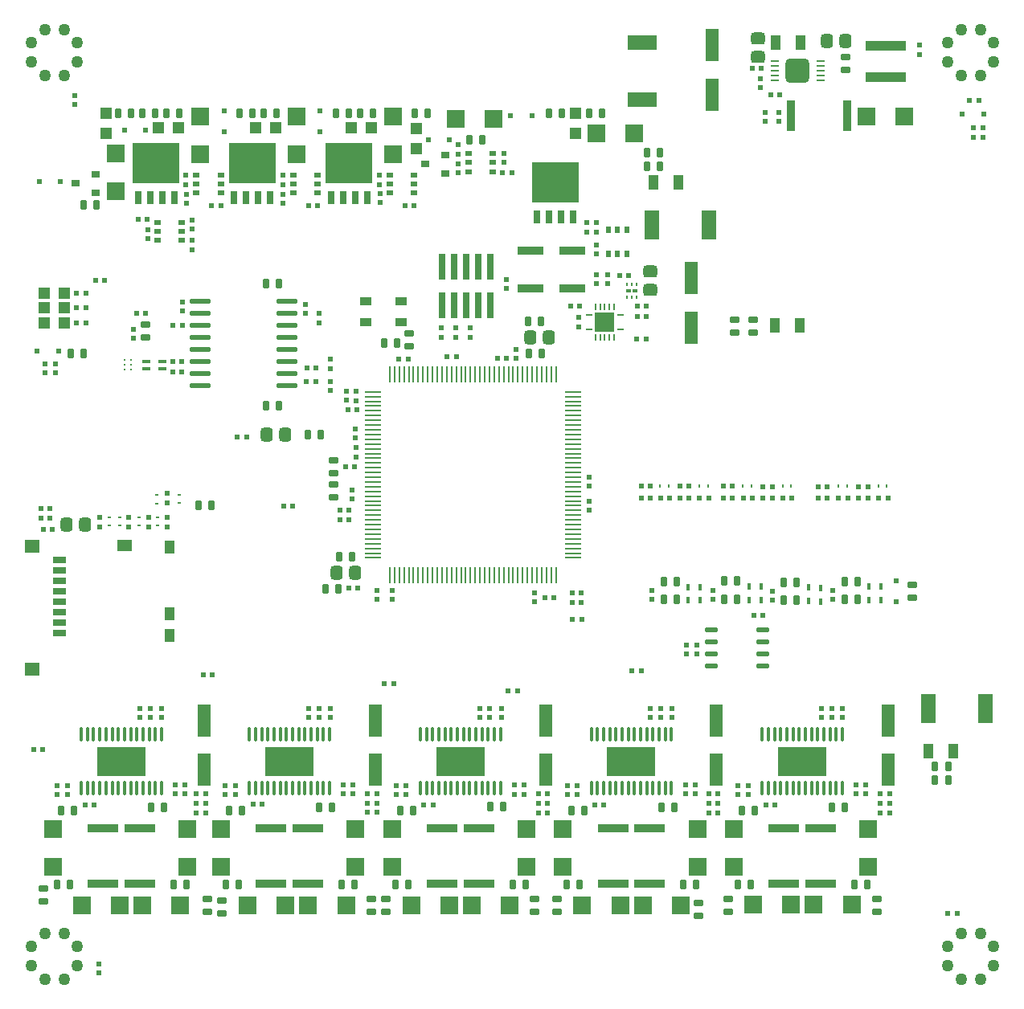
<source format=gtp>
G04 Layer_Color=8421504*
%FSLAX24Y24*%
%MOIN*%
G70*
G01*
G75*
%ADD38R,0.0591X0.0453*%
%ADD42C,0.0500*%
%ADD140R,0.0236X0.0118*%
%ADD141R,0.0787X0.0787*%
%ADD142O,0.0295X0.0090*%
%ADD143O,0.0090X0.0295*%
%ADD144R,0.0138X0.0098*%
G04:AMPARAMS|DCode=145|XSize=20mil|YSize=22mil|CornerRadius=3.4mil|HoleSize=0mil|Usage=FLASHONLY|Rotation=0.000|XOffset=0mil|YOffset=0mil|HoleType=Round|Shape=RoundedRectangle|*
%AMROUNDEDRECTD145*
21,1,0.0200,0.0152,0,0,0.0*
21,1,0.0132,0.0220,0,0,0.0*
1,1,0.0068,0.0066,-0.0076*
1,1,0.0068,-0.0066,-0.0076*
1,1,0.0068,-0.0066,0.0076*
1,1,0.0068,0.0066,0.0076*
%
%ADD145ROUNDEDRECTD145*%
%ADD146R,0.0220X0.0220*%
G04:AMPARAMS|DCode=147|XSize=27.1mil|YSize=37.4mil|CornerRadius=4.8mil|HoleSize=0mil|Usage=FLASHONLY|Rotation=0.000|XOffset=0mil|YOffset=0mil|HoleType=Round|Shape=RoundedRectangle|*
%AMROUNDEDRECTD147*
21,1,0.0271,0.0277,0,0,0.0*
21,1,0.0175,0.0374,0,0,0.0*
1,1,0.0097,0.0087,-0.0139*
1,1,0.0097,-0.0087,-0.0139*
1,1,0.0097,-0.0087,0.0139*
1,1,0.0097,0.0087,0.0139*
%
%ADD147ROUNDEDRECTD147*%
G04:AMPARAMS|DCode=148|XSize=27.1mil|YSize=37.4mil|CornerRadius=4.8mil|HoleSize=0mil|Usage=FLASHONLY|Rotation=270.000|XOffset=0mil|YOffset=0mil|HoleType=Round|Shape=RoundedRectangle|*
%AMROUNDEDRECTD148*
21,1,0.0271,0.0277,0,0,270.0*
21,1,0.0175,0.0374,0,0,270.0*
1,1,0.0097,-0.0139,-0.0087*
1,1,0.0097,-0.0139,0.0087*
1,1,0.0097,0.0139,0.0087*
1,1,0.0097,0.0139,-0.0087*
%
%ADD148ROUNDEDRECTD148*%
G04:AMPARAMS|DCode=149|XSize=20mil|YSize=22mil|CornerRadius=3.4mil|HoleSize=0mil|Usage=FLASHONLY|Rotation=270.000|XOffset=0mil|YOffset=0mil|HoleType=Round|Shape=RoundedRectangle|*
%AMROUNDEDRECTD149*
21,1,0.0200,0.0152,0,0,270.0*
21,1,0.0132,0.0220,0,0,270.0*
1,1,0.0068,-0.0076,-0.0066*
1,1,0.0068,-0.0076,0.0066*
1,1,0.0068,0.0076,0.0066*
1,1,0.0068,0.0076,-0.0066*
%
%ADD149ROUNDEDRECTD149*%
%ADD150R,0.0108X0.0086*%
%ADD151R,0.0334X0.0137*%
%ADD152R,0.1082X0.0374*%
%ADD153R,0.0340X0.0300*%
%ADD154R,0.0220X0.0220*%
%ADD155R,0.0770X0.0770*%
%ADD156R,0.0770X0.0770*%
%ADD157R,0.0216X0.0315*%
%ADD158R,0.0315X0.0216*%
%ADD159R,0.0413X0.0649*%
G04:AMPARAMS|DCode=160|XSize=50mil|YSize=58mil|CornerRadius=12mil|HoleSize=0mil|Usage=FLASHONLY|Rotation=270.000|XOffset=0mil|YOffset=0mil|HoleType=Round|Shape=RoundedRectangle|*
%AMROUNDEDRECTD160*
21,1,0.0500,0.0340,0,0,270.0*
21,1,0.0260,0.0580,0,0,270.0*
1,1,0.0240,-0.0170,-0.0130*
1,1,0.0240,-0.0170,0.0130*
1,1,0.0240,0.0170,0.0130*
1,1,0.0240,0.0170,-0.0130*
%
%ADD160ROUNDEDRECTD160*%
%ADD161R,0.0531X0.1319*%
%ADD162R,0.0098X0.0138*%
%ADD163O,0.0118X0.0649*%
%ADD164R,0.2035X0.1200*%
%ADD165R,0.0649X0.0531*%
%ADD166R,0.0433X0.0571*%
%ADD167R,0.0571X0.0295*%
G04:AMPARAMS|DCode=168|XSize=50mil|YSize=58mil|CornerRadius=12mil|HoleSize=0mil|Usage=FLASHONLY|Rotation=0.000|XOffset=0mil|YOffset=0mil|HoleType=Round|Shape=RoundedRectangle|*
%AMROUNDEDRECTD168*
21,1,0.0500,0.0340,0,0,0.0*
21,1,0.0260,0.0580,0,0,0.0*
1,1,0.0240,0.0130,-0.0170*
1,1,0.0240,-0.0130,-0.0170*
1,1,0.0240,-0.0130,0.0170*
1,1,0.0240,0.0130,0.0170*
%
%ADD168ROUNDEDRECTD168*%
%ADD169R,0.0460X0.0460*%
%ADD170R,0.0460X0.0460*%
%ADD171R,0.1240X0.0610*%
%ADD172R,0.0610X0.1240*%
%ADD173R,0.0180X0.0260*%
%ADD174R,0.0275X0.1082*%
%ADD175R,0.1653X0.0445*%
%ADD176R,0.0260X0.0540*%
%ADD177R,0.1950X0.1680*%
%ADD178R,0.1279X0.0334*%
%ADD179R,0.0334X0.1279*%
%ADD180O,0.0689X0.0098*%
%ADD181O,0.0098X0.0689*%
%ADD182R,0.0382X0.0098*%
G04:AMPARAMS|DCode=183|XSize=103mil|YSize=103mil|CornerRadius=25.3mil|HoleSize=0mil|Usage=FLASHONLY|Rotation=0.000|XOffset=0mil|YOffset=0mil|HoleType=Round|Shape=RoundedRectangle|*
%AMROUNDEDRECTD183*
21,1,0.1030,0.0525,0,0,0.0*
21,1,0.0525,0.1030,0,0,0.0*
1,1,0.0505,0.0263,-0.0263*
1,1,0.0505,-0.0263,-0.0263*
1,1,0.0505,-0.0263,0.0263*
1,1,0.0505,0.0263,0.0263*
%
%ADD183ROUNDEDRECTD183*%
%ADD184O,0.0886X0.0216*%
%ADD185O,0.0571X0.0216*%
%ADD186R,0.0452X0.0334*%
%ADD187R,0.0090X0.0137*%
G36*
X14380Y35010D02*
X14350Y34970D01*
X14200D01*
X14160Y35010D01*
Y35250D01*
X14380D01*
Y35010D01*
D02*
G37*
G36*
X14010D02*
X13970Y34970D01*
X13830D01*
X13790Y35010D01*
Y35250D01*
X14010D01*
Y35010D01*
D02*
G37*
G36*
X13631Y35000D02*
X13596Y34970D01*
X13446D01*
X13407Y35010D01*
Y35250D01*
X13631D01*
Y35000D01*
D02*
G37*
G36*
X13253D02*
X13218Y34970D01*
X13068D01*
X13029Y35010D01*
Y35250D01*
X13253D01*
Y35000D01*
D02*
G37*
G36*
X10370Y35010D02*
X10340Y34970D01*
X10190D01*
X10150Y35010D01*
Y35250D01*
X10370D01*
Y35010D01*
D02*
G37*
G36*
X10000D02*
X9960Y34970D01*
X9820D01*
X9780Y35010D01*
Y35250D01*
X10000D01*
Y35010D01*
D02*
G37*
G36*
X9621Y35000D02*
X9586Y34970D01*
X9436D01*
X9397Y35010D01*
Y35250D01*
X9621D01*
Y35000D01*
D02*
G37*
G36*
X9243D02*
X9208Y34970D01*
X9058D01*
X9019Y35010D01*
Y35250D01*
X9243D01*
Y35000D01*
D02*
G37*
G36*
X6385Y35010D02*
X6355Y34970D01*
X6205D01*
X6165Y35010D01*
Y35250D01*
X6385D01*
Y35010D01*
D02*
G37*
G36*
X6015D02*
X5975Y34970D01*
X5835D01*
X5795Y35010D01*
Y35250D01*
X6015D01*
Y35010D01*
D02*
G37*
G36*
X5636Y35000D02*
X5601Y34970D01*
X5451D01*
X5412Y35010D01*
Y35250D01*
X5636D01*
Y35000D01*
D02*
G37*
G36*
X5258D02*
X5223Y34970D01*
X5073D01*
X5034Y35010D01*
Y35250D01*
X5258D01*
Y35000D01*
D02*
G37*
G36*
X14680Y34730D02*
X14580D01*
Y35250D01*
X14680D01*
Y34730D01*
D02*
G37*
G36*
X12860D02*
X12749D01*
Y35250D01*
X12860D01*
Y34730D01*
D02*
G37*
G36*
X10670D02*
X10570D01*
Y35250D01*
X10670D01*
Y34730D01*
D02*
G37*
G36*
X8850D02*
X8739D01*
Y35250D01*
X8850D01*
Y34730D01*
D02*
G37*
G36*
X6685D02*
X6585D01*
Y35250D01*
X6685D01*
Y34730D01*
D02*
G37*
G36*
X4865D02*
X4754D01*
Y35250D01*
X4865D01*
Y34730D01*
D02*
G37*
G36*
X22935Y34210D02*
X22905Y34170D01*
X22755D01*
X22715Y34210D01*
Y34450D01*
X22935D01*
Y34210D01*
D02*
G37*
G36*
X22565D02*
X22525Y34170D01*
X22385D01*
X22345Y34210D01*
Y34450D01*
X22565D01*
Y34210D01*
D02*
G37*
G36*
X22186Y34200D02*
X22151Y34170D01*
X22001D01*
X21962Y34210D01*
Y34450D01*
X22186D01*
Y34200D01*
D02*
G37*
G36*
X21808D02*
X21773Y34170D01*
X21623D01*
X21584Y34210D01*
Y34450D01*
X21808D01*
Y34200D01*
D02*
G37*
G36*
X23235Y33930D02*
X23135D01*
Y34450D01*
X23235D01*
Y33930D01*
D02*
G37*
G36*
X21415D02*
X21304D01*
Y34450D01*
X21415D01*
Y33930D01*
D02*
G37*
G36*
X14310Y33592D02*
X14180D01*
Y33640D01*
X14220Y33683D01*
X14310D01*
Y33592D01*
D02*
G37*
G36*
X14010Y33643D02*
Y33592D01*
X13800D01*
Y33643D01*
X13840Y33679D01*
X13980D01*
X14010Y33643D01*
D02*
G37*
G36*
X13631D02*
Y33592D01*
X13419D01*
Y33643D01*
X13454Y33679D01*
X13596D01*
X13631Y33643D01*
D02*
G37*
G36*
X13257Y33640D02*
Y33592D01*
X13116D01*
Y33683D01*
X13214D01*
X13257Y33640D01*
D02*
G37*
G36*
X10300Y33592D02*
X10170D01*
Y33640D01*
X10210Y33683D01*
X10300D01*
Y33592D01*
D02*
G37*
G36*
X10000Y33643D02*
Y33592D01*
X9790D01*
Y33643D01*
X9830Y33679D01*
X9970D01*
X10000Y33643D01*
D02*
G37*
G36*
X9621D02*
Y33592D01*
X9409D01*
Y33643D01*
X9444Y33679D01*
X9586D01*
X9621Y33643D01*
D02*
G37*
G36*
X9247Y33640D02*
Y33592D01*
X9106D01*
Y33683D01*
X9204D01*
X9247Y33640D01*
D02*
G37*
G36*
X6315Y33592D02*
X6185D01*
Y33640D01*
X6225Y33683D01*
X6315D01*
Y33592D01*
D02*
G37*
G36*
X6015Y33643D02*
Y33592D01*
X5805D01*
Y33643D01*
X5845Y33679D01*
X5985D01*
X6015Y33643D01*
D02*
G37*
G36*
X5636D02*
Y33592D01*
X5424D01*
Y33643D01*
X5459Y33679D01*
X5601D01*
X5636Y33643D01*
D02*
G37*
G36*
X5262Y33640D02*
Y33592D01*
X5120D01*
Y33683D01*
X5219D01*
X5262Y33640D01*
D02*
G37*
G36*
X22865Y32792D02*
X22735D01*
Y32840D01*
X22775Y32883D01*
X22865D01*
Y32792D01*
D02*
G37*
G36*
X22565Y32843D02*
Y32792D01*
X22355D01*
Y32843D01*
X22395Y32879D01*
X22535D01*
X22565Y32843D01*
D02*
G37*
G36*
X22186D02*
Y32792D01*
X21974D01*
Y32843D01*
X22009Y32879D01*
X22151D01*
X22186Y32843D01*
D02*
G37*
G36*
X21812Y32840D02*
Y32792D01*
X21670D01*
Y32883D01*
X21769D01*
X21812Y32840D01*
D02*
G37*
D38*
X4415Y18549D02*
D03*
D42*
X1894Y555D02*
D03*
X1106D02*
D03*
X555Y1106D02*
D03*
Y1894D02*
D03*
X1106Y2445D02*
D03*
X1894D02*
D03*
X2445Y1894D02*
D03*
Y1106D02*
D03*
X1894Y38055D02*
D03*
X1106D02*
D03*
X555Y38606D02*
D03*
Y39394D02*
D03*
X1106Y39945D02*
D03*
X1894D02*
D03*
X2445Y39394D02*
D03*
Y38606D02*
D03*
X39894Y38055D02*
D03*
X39106D02*
D03*
X38555Y38606D02*
D03*
Y39394D02*
D03*
X39106Y39945D02*
D03*
X39894D02*
D03*
X40445Y39394D02*
D03*
Y38606D02*
D03*
X39894Y555D02*
D03*
X39106D02*
D03*
X38555Y1106D02*
D03*
Y1894D02*
D03*
X39106Y2445D02*
D03*
X39894D02*
D03*
X40445Y1894D02*
D03*
Y1106D02*
D03*
D140*
X25308Y29106D02*
D03*
X25584D02*
D03*
D141*
X24321Y27805D02*
D03*
D142*
X23681Y27510D02*
D03*
Y28100D02*
D03*
X24961D02*
D03*
Y27510D02*
D03*
D143*
X23927Y28445D02*
D03*
X24124D02*
D03*
X24321D02*
D03*
X24518D02*
D03*
X24715D02*
D03*
Y27165D02*
D03*
X24518D02*
D03*
X24321D02*
D03*
X24124D02*
D03*
X23927D02*
D03*
D144*
X5787Y19360D02*
D03*
Y19715D02*
D03*
X5010Y19360D02*
D03*
Y19715D02*
D03*
X6663Y20295D02*
D03*
Y20650D02*
D03*
X5748Y20285D02*
D03*
Y20640D02*
D03*
X4193Y19360D02*
D03*
Y19715D02*
D03*
X3789Y19360D02*
D03*
Y19715D02*
D03*
D145*
X23281Y28465D02*
D03*
X22904D02*
D03*
X5277Y28180D02*
D03*
X4900D02*
D03*
X9081Y23040D02*
D03*
X9460D02*
D03*
X18159Y26370D02*
D03*
X17780D02*
D03*
X23969Y31946D02*
D03*
X23590D02*
D03*
X16045Y32630D02*
D03*
X16422D02*
D03*
X12033Y32657D02*
D03*
X12410D02*
D03*
X8018Y32648D02*
D03*
X8395D02*
D03*
X21947Y7830D02*
D03*
X21570D02*
D03*
X36127Y7450D02*
D03*
X35750D02*
D03*
X29017D02*
D03*
X28640D02*
D03*
X10992Y20187D02*
D03*
X11371D02*
D03*
X1418Y19220D02*
D03*
X1041D02*
D03*
X28251Y20520D02*
D03*
X28630D02*
D03*
X31711D02*
D03*
X32090D02*
D03*
X35681D02*
D03*
X36060D02*
D03*
X26631Y20519D02*
D03*
X27010D02*
D03*
X30061Y20520D02*
D03*
X30440D02*
D03*
X34021D02*
D03*
X34400D02*
D03*
X39615Y35867D02*
D03*
X39992D02*
D03*
X39995Y35467D02*
D03*
X39616D02*
D03*
X38930Y3280D02*
D03*
X38551D02*
D03*
X39826Y37006D02*
D03*
X39447D02*
D03*
X640Y10060D02*
D03*
X1019D02*
D03*
X3580Y29550D02*
D03*
X3201D02*
D03*
X22980Y15480D02*
D03*
X23359D02*
D03*
X23340Y16570D02*
D03*
X22961D02*
D03*
X22970Y16170D02*
D03*
X23349D02*
D03*
X8054Y13189D02*
D03*
X7675D02*
D03*
X15564Y12805D02*
D03*
X15185D02*
D03*
X25830Y13337D02*
D03*
X25451D02*
D03*
X20702Y12500D02*
D03*
X20323D02*
D03*
X30509Y15630D02*
D03*
X30886D02*
D03*
X20467Y34000D02*
D03*
X20090D02*
D03*
X21947Y7450D02*
D03*
X21570D02*
D03*
X17194Y7770D02*
D03*
X16817D02*
D03*
X15783Y26280D02*
D03*
X16160D02*
D03*
X13713Y16760D02*
D03*
X14090D02*
D03*
X27810Y21000D02*
D03*
X27433D02*
D03*
X31260Y20990D02*
D03*
X30883D02*
D03*
X35230D02*
D03*
X34853D02*
D03*
X13717Y20000D02*
D03*
X13340D02*
D03*
X14037Y24160D02*
D03*
X13660D02*
D03*
X13707Y19600D02*
D03*
X13330D02*
D03*
X26220Y20520D02*
D03*
X25843D02*
D03*
X29610Y21000D02*
D03*
X29233D02*
D03*
X33550Y20990D02*
D03*
X33173D02*
D03*
X20247Y26320D02*
D03*
X19870D02*
D03*
X21833Y16360D02*
D03*
X22210D02*
D03*
X24938Y29754D02*
D03*
X25315D02*
D03*
X26036Y28046D02*
D03*
X25659D02*
D03*
X26036Y28476D02*
D03*
X25659D02*
D03*
X31573Y37254D02*
D03*
X31196D02*
D03*
X1320Y20090D02*
D03*
X943D02*
D03*
X7380Y7840D02*
D03*
X7757D02*
D03*
X14490Y7850D02*
D03*
X14867D02*
D03*
X28640Y7840D02*
D03*
X29017D02*
D03*
X35750D02*
D03*
X36127D02*
D03*
X6797Y27660D02*
D03*
X6420D02*
D03*
X3134Y7770D02*
D03*
X2757D02*
D03*
X10103Y7800D02*
D03*
X9726D02*
D03*
X24280Y7770D02*
D03*
X23903D02*
D03*
X31369D02*
D03*
X30992D02*
D03*
X2799Y28400D02*
D03*
X2420D02*
D03*
X2799Y27790D02*
D03*
X2420D02*
D03*
X27810Y20520D02*
D03*
X27431D02*
D03*
X31260D02*
D03*
X30881D02*
D03*
X35230D02*
D03*
X34851D02*
D03*
X26220Y21000D02*
D03*
X25841D02*
D03*
X29610Y20520D02*
D03*
X29231D02*
D03*
X33550D02*
D03*
X33171D02*
D03*
X7380Y8240D02*
D03*
X7759D02*
D03*
X14490D02*
D03*
X14869D02*
D03*
X28640Y8230D02*
D03*
X29019D02*
D03*
X35750Y8240D02*
D03*
X36129D02*
D03*
X7380Y7450D02*
D03*
X7759D02*
D03*
X14490Y7460D02*
D03*
X14869D02*
D03*
X5349Y32060D02*
D03*
X4970D02*
D03*
X26035Y27096D02*
D03*
X25656D02*
D03*
X23969Y31526D02*
D03*
X23590D02*
D03*
X2421Y29010D02*
D03*
X2800D02*
D03*
X30812Y38334D02*
D03*
X30433D02*
D03*
X941Y19690D02*
D03*
X1320D02*
D03*
X13560Y21820D02*
D03*
X13939D02*
D03*
X11950Y25350D02*
D03*
X12329D02*
D03*
X6410Y26170D02*
D03*
X6789D02*
D03*
X11960Y25900D02*
D03*
X12339D02*
D03*
X6410Y25730D02*
D03*
X6789D02*
D03*
X21570Y8234D02*
D03*
X21949D02*
D03*
D146*
X40025Y36457D02*
D03*
X39152D02*
D03*
X20420Y36380D02*
D03*
X21293D02*
D03*
X4410Y35770D02*
D03*
X5283D02*
D03*
X17870Y35380D02*
D03*
X16997D02*
D03*
X880Y33630D02*
D03*
X1753D02*
D03*
X787Y26620D02*
D03*
X1660D02*
D03*
D147*
X10272Y24350D02*
D03*
X10808D02*
D03*
X10272Y29410D02*
D03*
X10808D02*
D03*
X2718Y26510D02*
D03*
X2182D02*
D03*
X26072Y34840D02*
D03*
X26608D02*
D03*
X26072Y34290D02*
D03*
X26608D02*
D03*
X1784Y7540D02*
D03*
X2319D02*
D03*
X8752D02*
D03*
X9288D02*
D03*
X22929D02*
D03*
X23465D02*
D03*
X30018D02*
D03*
X30553D02*
D03*
X6052Y7690D02*
D03*
X5517D02*
D03*
X13021D02*
D03*
X12485D02*
D03*
X27198D02*
D03*
X26662D02*
D03*
X34286D02*
D03*
X33751D02*
D03*
X15842Y7530D02*
D03*
X16378D02*
D03*
X20112Y7700D02*
D03*
X19576D02*
D03*
X3248Y32670D02*
D03*
X2712D02*
D03*
X19248Y35380D02*
D03*
X18712D02*
D03*
X5142Y36470D02*
D03*
X5678D02*
D03*
X9698D02*
D03*
X9162D02*
D03*
X13708Y36470D02*
D03*
X13172D02*
D03*
X22528Y36470D02*
D03*
X21992D02*
D03*
X1592Y4470D02*
D03*
X2128D02*
D03*
X8611Y4460D02*
D03*
X9147D02*
D03*
X22739D02*
D03*
X23275D02*
D03*
X29828D02*
D03*
X30363D02*
D03*
X6434Y4470D02*
D03*
X6969D02*
D03*
X13402D02*
D03*
X13938D02*
D03*
X27579D02*
D03*
X28115D02*
D03*
X34668D02*
D03*
X35203D02*
D03*
X16189Y4460D02*
D03*
X15653D02*
D03*
X21029Y4470D02*
D03*
X20493D02*
D03*
X21130Y27844D02*
D03*
X21665D02*
D03*
X13288Y16750D02*
D03*
X12752D02*
D03*
X12528Y23150D02*
D03*
X11992D02*
D03*
X38022Y8820D02*
D03*
X38558D02*
D03*
X38022Y9360D02*
D03*
X38558D02*
D03*
X15698Y26950D02*
D03*
X15162D02*
D03*
X4132Y36470D02*
D03*
X4668D02*
D03*
X16988Y36470D02*
D03*
X16452D02*
D03*
X6688Y36470D02*
D03*
X6152D02*
D03*
X10718Y36470D02*
D03*
X10182D02*
D03*
X14718Y36470D02*
D03*
X14182D02*
D03*
X23682D02*
D03*
X24218D02*
D03*
X27308Y17044D02*
D03*
X26772D02*
D03*
X29818Y17060D02*
D03*
X29282D02*
D03*
X32278Y17020D02*
D03*
X31742D02*
D03*
X34808Y17050D02*
D03*
X34272D02*
D03*
X27308Y16294D02*
D03*
X26772D02*
D03*
X29818Y16310D02*
D03*
X29282D02*
D03*
X32278Y16270D02*
D03*
X31742D02*
D03*
X34808Y16300D02*
D03*
X34272D02*
D03*
X21698Y26500D02*
D03*
X21162D02*
D03*
X13312Y18070D02*
D03*
X13848D02*
D03*
X7998Y20210D02*
D03*
X7462D02*
D03*
D148*
X5270Y27718D02*
D03*
Y27182D02*
D03*
X13090Y20532D02*
D03*
Y21068D02*
D03*
X1043Y3787D02*
D03*
Y4323D02*
D03*
X8455Y3266D02*
D03*
Y3801D02*
D03*
X22327Y3332D02*
D03*
Y3868D02*
D03*
X29430Y3332D02*
D03*
Y3868D02*
D03*
X7855Y3332D02*
D03*
Y3868D02*
D03*
X14625Y3332D02*
D03*
Y3868D02*
D03*
X28210Y3182D02*
D03*
Y3718D02*
D03*
X35596Y3332D02*
D03*
Y3868D02*
D03*
X15241D02*
D03*
Y3332D02*
D03*
X21421Y3868D02*
D03*
Y3332D02*
D03*
X30480Y27362D02*
D03*
Y27898D02*
D03*
X29700Y27362D02*
D03*
Y27898D02*
D03*
X13090Y21532D02*
D03*
Y22068D02*
D03*
X34293Y38267D02*
D03*
Y38802D02*
D03*
X16210Y26802D02*
D03*
Y27338D02*
D03*
X37090Y16908D02*
D03*
Y16372D02*
D03*
D149*
X4760Y27517D02*
D03*
Y27140D02*
D03*
X18130Y27180D02*
D03*
Y27559D02*
D03*
X20250Y29580D02*
D03*
Y29201D02*
D03*
X18750Y27560D02*
D03*
Y27181D02*
D03*
X28140Y14420D02*
D03*
Y14041D02*
D03*
X15510Y16293D02*
D03*
Y16670D02*
D03*
X24439Y29785D02*
D03*
Y29406D02*
D03*
X14990Y33899D02*
D03*
Y33520D02*
D03*
X10990Y33900D02*
D03*
Y33521D02*
D03*
X6955Y33900D02*
D03*
Y33521D02*
D03*
X20140Y34819D02*
D03*
Y34440D02*
D03*
X23976Y30640D02*
D03*
Y31017D02*
D03*
X20570Y8599D02*
D03*
Y8220D02*
D03*
X35140Y8609D02*
D03*
Y8230D02*
D03*
X28060Y8609D02*
D03*
Y8230D02*
D03*
X13870Y8609D02*
D03*
Y8230D02*
D03*
X6910Y8609D02*
D03*
Y8230D02*
D03*
X13470Y8607D02*
D03*
Y8230D02*
D03*
X6510Y8607D02*
D03*
Y8230D02*
D03*
X12480Y27783D02*
D03*
Y28160D02*
D03*
X3350Y810D02*
D03*
Y1189D02*
D03*
X2340Y37220D02*
D03*
Y36841D02*
D03*
X27717Y14422D02*
D03*
Y14043D02*
D03*
X2024Y8210D02*
D03*
Y8587D02*
D03*
X8993Y8210D02*
D03*
Y8587D02*
D03*
X23170Y8210D02*
D03*
Y8587D02*
D03*
X30259Y8210D02*
D03*
Y8587D02*
D03*
X5944Y11410D02*
D03*
Y11787D02*
D03*
X12930Y11410D02*
D03*
Y11787D02*
D03*
X27110Y11410D02*
D03*
Y11787D02*
D03*
X34190Y11410D02*
D03*
Y11787D02*
D03*
X7215Y30818D02*
D03*
Y31195D02*
D03*
X16084Y8587D02*
D03*
Y8210D02*
D03*
X20024Y11787D02*
D03*
Y11410D02*
D03*
X13850Y20847D02*
D03*
Y20470D02*
D03*
X14000Y22223D02*
D03*
Y22600D02*
D03*
X20650Y26313D02*
D03*
Y26690D02*
D03*
X23660Y20387D02*
D03*
Y20010D02*
D03*
X21420Y16587D02*
D03*
Y16210D02*
D03*
X13990Y23377D02*
D03*
Y23000D02*
D03*
X23670Y21013D02*
D03*
Y21390D02*
D03*
X37380Y39300D02*
D03*
Y38923D02*
D03*
X26290Y16292D02*
D03*
Y16669D02*
D03*
X28800Y16307D02*
D03*
Y16684D02*
D03*
X31260Y16644D02*
D03*
Y16267D02*
D03*
X33790Y16674D02*
D03*
Y16297D02*
D03*
X17530Y27560D02*
D03*
Y27183D02*
D03*
X14020Y24930D02*
D03*
Y24553D02*
D03*
X14880Y16293D02*
D03*
Y16670D02*
D03*
X11900Y28547D02*
D03*
Y28170D02*
D03*
X6800Y28647D02*
D03*
Y28270D02*
D03*
X27660Y8230D02*
D03*
Y8609D02*
D03*
X34740Y8230D02*
D03*
Y8609D02*
D03*
X1611Y8587D02*
D03*
Y8208D02*
D03*
X8580Y8587D02*
D03*
Y8208D02*
D03*
X22757Y8587D02*
D03*
Y8208D02*
D03*
X29846Y8587D02*
D03*
Y8208D02*
D03*
X5474Y11411D02*
D03*
Y11790D02*
D03*
X12463Y11411D02*
D03*
Y11790D02*
D03*
X26640Y11411D02*
D03*
Y11790D02*
D03*
X33730Y11411D02*
D03*
Y11790D02*
D03*
X5044Y11789D02*
D03*
Y11410D02*
D03*
X12033Y11789D02*
D03*
Y11410D02*
D03*
X26210Y11789D02*
D03*
Y11410D02*
D03*
X33300Y11789D02*
D03*
Y11410D02*
D03*
X5360Y31261D02*
D03*
Y31640D02*
D03*
X7210Y31670D02*
D03*
Y32049D02*
D03*
X18250Y34011D02*
D03*
Y34390D02*
D03*
X18240Y35169D02*
D03*
Y34790D02*
D03*
X6965Y32744D02*
D03*
Y33123D02*
D03*
X23228Y27994D02*
D03*
Y27615D02*
D03*
X10990Y32744D02*
D03*
Y33123D02*
D03*
X15000Y32761D02*
D03*
Y33140D02*
D03*
X23986Y29785D02*
D03*
Y29406D02*
D03*
X20970Y8220D02*
D03*
Y8599D02*
D03*
X15671Y8208D02*
D03*
Y8587D02*
D03*
X19554Y11411D02*
D03*
Y11790D02*
D03*
X19124Y11789D02*
D03*
Y11410D02*
D03*
X30780Y37909D02*
D03*
Y37530D02*
D03*
X6181Y19319D02*
D03*
Y19698D02*
D03*
X12950Y25340D02*
D03*
Y24961D02*
D03*
Y25890D02*
D03*
Y26269D02*
D03*
X13600Y24939D02*
D03*
Y24560D02*
D03*
X1540Y26089D02*
D03*
Y25710D02*
D03*
X1110Y26090D02*
D03*
Y25713D02*
D03*
X6171Y20323D02*
D03*
Y20702D02*
D03*
X5404Y19319D02*
D03*
Y19698D02*
D03*
X3381Y19699D02*
D03*
Y19320D02*
D03*
X4587Y19697D02*
D03*
Y19318D02*
D03*
X30980Y36140D02*
D03*
Y36519D02*
D03*
X31533Y36520D02*
D03*
Y36141D02*
D03*
D150*
X4397Y26225D02*
D03*
X4663D02*
D03*
X4397Y26028D02*
D03*
Y25831D02*
D03*
X4663Y26028D02*
D03*
Y25831D02*
D03*
D151*
X5975Y26186D02*
D03*
X5305D02*
D03*
Y25871D02*
D03*
X5975D02*
D03*
D152*
X22988Y29212D02*
D03*
X21256Y30786D02*
D03*
X22988D02*
D03*
X21256Y29212D02*
D03*
D153*
X2360Y33560D02*
D03*
X3194Y33940D02*
D03*
Y33186D02*
D03*
X16870Y34360D02*
D03*
X17704Y34740D02*
D03*
Y33986D02*
D03*
D154*
X12520Y36590D02*
D03*
Y35717D02*
D03*
X8540Y36590D02*
D03*
Y35717D02*
D03*
X36410Y16200D02*
D03*
Y17073D02*
D03*
D155*
X18140Y36240D02*
D03*
X19717D02*
D03*
X23970Y35630D02*
D03*
X25547D02*
D03*
X16304Y3600D02*
D03*
X17881D02*
D03*
X20384Y3602D02*
D03*
X18806D02*
D03*
X35173Y36354D02*
D03*
X36751D02*
D03*
X4215Y3600D02*
D03*
X2638D02*
D03*
X11085D02*
D03*
X9508D02*
D03*
X24967D02*
D03*
X23390D02*
D03*
X32056Y3630D02*
D03*
X30478D02*
D03*
X5135Y3602D02*
D03*
X6713D02*
D03*
X12015D02*
D03*
X13593D02*
D03*
X25900Y3600D02*
D03*
X27477D02*
D03*
X32990Y3630D02*
D03*
X34567D02*
D03*
D156*
X4030Y34820D02*
D03*
Y33243D02*
D03*
X7540Y34780D02*
D03*
Y36357D02*
D03*
X11530Y34780D02*
D03*
Y36357D02*
D03*
X15530Y34760D02*
D03*
Y36337D02*
D03*
X15491Y5213D02*
D03*
Y6790D02*
D03*
X21071Y5213D02*
D03*
Y6790D02*
D03*
X1431D02*
D03*
Y5213D02*
D03*
X8400Y6790D02*
D03*
Y5213D02*
D03*
X22577Y6790D02*
D03*
Y5213D02*
D03*
X29666Y6790D02*
D03*
Y5213D02*
D03*
X7011Y6790D02*
D03*
Y5213D02*
D03*
X13980Y6790D02*
D03*
Y5213D02*
D03*
X28157Y6790D02*
D03*
Y5213D02*
D03*
X35246Y6790D02*
D03*
Y5213D02*
D03*
D157*
X24478Y31644D02*
D03*
X24852D02*
D03*
X25226D02*
D03*
Y30640D02*
D03*
X24852D02*
D03*
X24478D02*
D03*
D158*
X15410Y33166D02*
D03*
Y33540D02*
D03*
Y33914D02*
D03*
X16414D02*
D03*
Y33540D02*
D03*
Y33166D02*
D03*
X11404Y33159D02*
D03*
Y33533D02*
D03*
Y33907D02*
D03*
X12407D02*
D03*
Y33533D02*
D03*
Y33159D02*
D03*
X7388D02*
D03*
Y33533D02*
D03*
Y33907D02*
D03*
X8392D02*
D03*
Y33533D02*
D03*
Y33159D02*
D03*
X5771Y31205D02*
D03*
Y31579D02*
D03*
Y31953D02*
D03*
X6775D02*
D03*
Y31579D02*
D03*
Y31205D02*
D03*
X18678Y34056D02*
D03*
Y34430D02*
D03*
Y34804D02*
D03*
X19682D02*
D03*
Y34430D02*
D03*
Y34056D02*
D03*
D159*
X26328Y33620D02*
D03*
X27372D02*
D03*
X32402Y27680D02*
D03*
X31358D02*
D03*
X38772Y10020D02*
D03*
X37728D02*
D03*
X31411Y39424D02*
D03*
X32455D02*
D03*
D160*
X26216Y29900D02*
D03*
Y29146D02*
D03*
X30662Y38821D02*
D03*
Y39575D02*
D03*
D161*
X7700Y9226D02*
D03*
Y11274D02*
D03*
X14800Y9226D02*
D03*
Y11274D02*
D03*
X28930Y9226D02*
D03*
Y11274D02*
D03*
X36060Y9226D02*
D03*
Y11274D02*
D03*
X21860D02*
D03*
Y9226D02*
D03*
X27920Y29634D02*
D03*
Y27586D02*
D03*
X28790Y37246D02*
D03*
Y39294D02*
D03*
D162*
X28591Y21010D02*
D03*
X28237D02*
D03*
X31697D02*
D03*
X32051D02*
D03*
X36021D02*
D03*
X35667D02*
D03*
X26617D02*
D03*
X26971D02*
D03*
X30401D02*
D03*
X30047D02*
D03*
X34007D02*
D03*
X34361D02*
D03*
D163*
X2611Y8468D02*
D03*
X2867D02*
D03*
X3123D02*
D03*
X3379D02*
D03*
X3635D02*
D03*
X3891D02*
D03*
X4146D02*
D03*
X4402D02*
D03*
X4658D02*
D03*
X4914D02*
D03*
X5170D02*
D03*
X5426D02*
D03*
X5682D02*
D03*
X5938D02*
D03*
X2611Y10712D02*
D03*
X2867D02*
D03*
X3123D02*
D03*
X3379D02*
D03*
X3635D02*
D03*
X3891D02*
D03*
X4146D02*
D03*
X4402D02*
D03*
X4658D02*
D03*
X4914D02*
D03*
X5170D02*
D03*
X5426D02*
D03*
X5682D02*
D03*
X5938D02*
D03*
X12906D02*
D03*
X12651D02*
D03*
X12395D02*
D03*
X12139D02*
D03*
X11883D02*
D03*
X11627D02*
D03*
X11371D02*
D03*
X11115D02*
D03*
X10859D02*
D03*
X10603D02*
D03*
X10347D02*
D03*
X10091D02*
D03*
X9836D02*
D03*
X9580D02*
D03*
X12906Y8468D02*
D03*
X12651D02*
D03*
X12395D02*
D03*
X12139D02*
D03*
X11883D02*
D03*
X11627D02*
D03*
X11371D02*
D03*
X11115D02*
D03*
X10859D02*
D03*
X10603D02*
D03*
X10347D02*
D03*
X10091D02*
D03*
X9836D02*
D03*
X9580D02*
D03*
X16671D02*
D03*
X16927D02*
D03*
X17183D02*
D03*
X17439D02*
D03*
X17694D02*
D03*
X17950D02*
D03*
X18206D02*
D03*
X18462D02*
D03*
X18718D02*
D03*
X18974D02*
D03*
X19230D02*
D03*
X19486D02*
D03*
X19742D02*
D03*
X19998D02*
D03*
X16671Y10712D02*
D03*
X16927D02*
D03*
X17183D02*
D03*
X17439D02*
D03*
X17694D02*
D03*
X17950D02*
D03*
X18206D02*
D03*
X18462D02*
D03*
X18718D02*
D03*
X18974D02*
D03*
X19230D02*
D03*
X19486D02*
D03*
X19742D02*
D03*
X19998D02*
D03*
X27084D02*
D03*
X26828D02*
D03*
X26572D02*
D03*
X26316D02*
D03*
X26060D02*
D03*
X25804D02*
D03*
X25548D02*
D03*
X25292D02*
D03*
X25036D02*
D03*
X24780D02*
D03*
X24525D02*
D03*
X24269D02*
D03*
X24013D02*
D03*
X23757D02*
D03*
X27084Y8468D02*
D03*
X26828D02*
D03*
X26572D02*
D03*
X26316D02*
D03*
X26060D02*
D03*
X25804D02*
D03*
X25548D02*
D03*
X25292D02*
D03*
X25036D02*
D03*
X24780D02*
D03*
X24525D02*
D03*
X24269D02*
D03*
X24013D02*
D03*
X23757D02*
D03*
X30845D02*
D03*
X31101D02*
D03*
X31357D02*
D03*
X31613D02*
D03*
X31869D02*
D03*
X32125D02*
D03*
X32381D02*
D03*
X32637D02*
D03*
X32893D02*
D03*
X33149D02*
D03*
X33404D02*
D03*
X33660D02*
D03*
X33916D02*
D03*
X34172D02*
D03*
X30845Y10712D02*
D03*
X31101D02*
D03*
X31357D02*
D03*
X31613D02*
D03*
X31869D02*
D03*
X32125D02*
D03*
X32381D02*
D03*
X32637D02*
D03*
X32893D02*
D03*
X33149D02*
D03*
X33404D02*
D03*
X33660D02*
D03*
X33916D02*
D03*
X34172D02*
D03*
D164*
X4274Y9590D02*
D03*
X11243D02*
D03*
X18334D02*
D03*
X25420D02*
D03*
X32509D02*
D03*
D165*
X576Y18499D02*
D03*
Y13421D02*
D03*
D166*
X6275Y18480D02*
D03*
Y15724D02*
D03*
Y14818D02*
D03*
D167*
X1718Y14897D02*
D03*
Y15330D02*
D03*
Y15763D02*
D03*
Y16196D02*
D03*
Y16629D02*
D03*
Y17062D02*
D03*
Y17495D02*
D03*
Y17929D02*
D03*
D168*
X2017Y19400D02*
D03*
X2771D02*
D03*
X34307Y39484D02*
D03*
X33553D02*
D03*
X21250Y27175D02*
D03*
X22004D02*
D03*
X13964Y17420D02*
D03*
X13210D02*
D03*
X10316Y23130D02*
D03*
X11070D02*
D03*
D169*
X1913Y28400D02*
D03*
X1080D02*
D03*
X6643Y35890D02*
D03*
X5810D02*
D03*
X10663D02*
D03*
X9830D02*
D03*
X1913Y27790D02*
D03*
X1080D02*
D03*
X14653Y35890D02*
D03*
X13820D02*
D03*
X1913Y29010D02*
D03*
X1080D02*
D03*
D170*
X16500Y35833D02*
D03*
Y35000D02*
D03*
X23110Y36473D02*
D03*
Y35640D02*
D03*
X3630Y35637D02*
D03*
Y36470D02*
D03*
D171*
X25870Y37029D02*
D03*
Y39400D02*
D03*
D172*
X28651Y31830D02*
D03*
X26280D02*
D03*
X37733Y11777D02*
D03*
X40104D02*
D03*
D173*
X27790Y16269D02*
D03*
Y16820D02*
D03*
X30300Y16836D02*
D03*
Y16284D02*
D03*
X32760Y16796D02*
D03*
Y16244D02*
D03*
X35290Y16274D02*
D03*
Y16826D02*
D03*
X28290Y16269D02*
D03*
Y16820D02*
D03*
X30800Y16836D02*
D03*
Y16284D02*
D03*
X33270Y16224D02*
D03*
Y16776D02*
D03*
X35790Y16826D02*
D03*
Y16274D02*
D03*
D174*
X17590Y28511D02*
D03*
Y30109D02*
D03*
X18090Y28511D02*
D03*
Y30109D02*
D03*
X18590Y28511D02*
D03*
Y30109D02*
D03*
X19090Y28511D02*
D03*
Y30109D02*
D03*
X19590Y28511D02*
D03*
Y30109D02*
D03*
D175*
X35963Y37963D02*
D03*
Y39266D02*
D03*
D176*
X4965Y32966D02*
D03*
X5465D02*
D03*
X5965D02*
D03*
X6465D02*
D03*
X8950D02*
D03*
X9450D02*
D03*
X9950D02*
D03*
X10450D02*
D03*
X12960D02*
D03*
X13460D02*
D03*
X13960D02*
D03*
X14460D02*
D03*
X21515Y32166D02*
D03*
X22015D02*
D03*
X22515D02*
D03*
X23015D02*
D03*
D177*
X5715Y34410D02*
D03*
X9700D02*
D03*
X13710D02*
D03*
X22265Y33610D02*
D03*
D178*
X5031Y4499D02*
D03*
Y6821D02*
D03*
X12000Y4499D02*
D03*
Y6821D02*
D03*
X26177Y4499D02*
D03*
Y6821D02*
D03*
X33266Y4499D02*
D03*
Y6821D02*
D03*
X3511Y4499D02*
D03*
Y6821D02*
D03*
X10480Y4499D02*
D03*
Y6821D02*
D03*
X24657Y4499D02*
D03*
Y6821D02*
D03*
X31746Y4499D02*
D03*
Y6821D02*
D03*
X17571Y4499D02*
D03*
Y6821D02*
D03*
X19091Y4499D02*
D03*
Y6821D02*
D03*
D179*
X34375Y36374D02*
D03*
X32052D02*
D03*
D180*
X23004Y24916D02*
D03*
Y24719D02*
D03*
Y24522D02*
D03*
Y24325D02*
D03*
Y24128D02*
D03*
Y23932D02*
D03*
Y23735D02*
D03*
Y23538D02*
D03*
Y23341D02*
D03*
Y23144D02*
D03*
Y22947D02*
D03*
Y22751D02*
D03*
Y22554D02*
D03*
Y22357D02*
D03*
Y22160D02*
D03*
Y21963D02*
D03*
Y21766D02*
D03*
Y21569D02*
D03*
Y21373D02*
D03*
Y21176D02*
D03*
Y20979D02*
D03*
Y20782D02*
D03*
Y20585D02*
D03*
Y20388D02*
D03*
Y20192D02*
D03*
Y19995D02*
D03*
Y19798D02*
D03*
Y19601D02*
D03*
Y19404D02*
D03*
Y19207D02*
D03*
Y19010D02*
D03*
Y18814D02*
D03*
Y18617D02*
D03*
Y18420D02*
D03*
Y18223D02*
D03*
Y18026D02*
D03*
X14696D02*
D03*
Y18223D02*
D03*
Y18420D02*
D03*
Y18617D02*
D03*
Y18814D02*
D03*
Y19010D02*
D03*
Y19207D02*
D03*
Y19404D02*
D03*
Y19601D02*
D03*
Y19798D02*
D03*
Y19995D02*
D03*
Y20192D02*
D03*
Y20388D02*
D03*
Y20585D02*
D03*
Y20782D02*
D03*
Y20979D02*
D03*
Y21176D02*
D03*
Y21373D02*
D03*
Y21569D02*
D03*
Y21766D02*
D03*
Y21963D02*
D03*
Y22160D02*
D03*
Y22357D02*
D03*
Y22554D02*
D03*
Y22751D02*
D03*
Y22947D02*
D03*
Y23144D02*
D03*
Y23341D02*
D03*
Y23538D02*
D03*
Y23735D02*
D03*
Y23932D02*
D03*
Y24128D02*
D03*
Y24325D02*
D03*
Y24522D02*
D03*
Y24719D02*
D03*
Y24916D02*
D03*
D181*
X22295Y17317D02*
D03*
X22098D02*
D03*
X21901D02*
D03*
X21704D02*
D03*
X21507D02*
D03*
X21311D02*
D03*
X21114D02*
D03*
X20917D02*
D03*
X20720D02*
D03*
X20523D02*
D03*
X20326D02*
D03*
X20130D02*
D03*
X19933D02*
D03*
X19736D02*
D03*
X19539D02*
D03*
X19342D02*
D03*
X19145D02*
D03*
X18948D02*
D03*
X18752D02*
D03*
X18555D02*
D03*
X18358D02*
D03*
X18161D02*
D03*
X17964D02*
D03*
X17767D02*
D03*
X17570D02*
D03*
X17374D02*
D03*
X17177D02*
D03*
X16980D02*
D03*
X16783D02*
D03*
X16586D02*
D03*
X16389D02*
D03*
X16193D02*
D03*
X15996D02*
D03*
X15799D02*
D03*
X15602D02*
D03*
X15405D02*
D03*
Y25625D02*
D03*
X15602D02*
D03*
X15799D02*
D03*
X15996D02*
D03*
X16193D02*
D03*
X16389D02*
D03*
X16586D02*
D03*
X16783D02*
D03*
X16980D02*
D03*
X17177D02*
D03*
X17374D02*
D03*
X17570D02*
D03*
X17767D02*
D03*
X17964D02*
D03*
X18161D02*
D03*
X18358D02*
D03*
X18555D02*
D03*
X18752D02*
D03*
X18948D02*
D03*
X19145D02*
D03*
X19342D02*
D03*
X19539D02*
D03*
X19736D02*
D03*
X19933D02*
D03*
X20130D02*
D03*
X20326D02*
D03*
X20523D02*
D03*
X20720D02*
D03*
X20917D02*
D03*
X21114D02*
D03*
X21311D02*
D03*
X21507D02*
D03*
X21704D02*
D03*
X21901D02*
D03*
X22098D02*
D03*
X22295D02*
D03*
D182*
X31368Y38638D02*
D03*
Y38441D02*
D03*
Y38244D02*
D03*
Y38047D02*
D03*
Y37851D02*
D03*
X33258Y38638D02*
D03*
Y38441D02*
D03*
Y38244D02*
D03*
Y38047D02*
D03*
Y37851D02*
D03*
D183*
X32313Y38244D02*
D03*
D184*
X11151Y25160D02*
D03*
Y25660D02*
D03*
Y26160D02*
D03*
Y26660D02*
D03*
Y27160D02*
D03*
Y27660D02*
D03*
Y28160D02*
D03*
Y28660D02*
D03*
X7549Y25160D02*
D03*
Y25660D02*
D03*
Y26160D02*
D03*
Y26660D02*
D03*
Y27160D02*
D03*
Y27660D02*
D03*
Y28160D02*
D03*
Y28660D02*
D03*
D185*
X30873Y13540D02*
D03*
Y14040D02*
D03*
Y14540D02*
D03*
Y15040D02*
D03*
X28747Y13540D02*
D03*
Y14040D02*
D03*
Y14540D02*
D03*
Y15040D02*
D03*
D186*
X14422Y27807D02*
D03*
X15878D02*
D03*
Y28673D02*
D03*
X14422D02*
D03*
D187*
X25250Y28850D02*
D03*
X25446D02*
D03*
X25643D02*
D03*
Y29362D02*
D03*
X25446D02*
D03*
X25250D02*
D03*
M02*

</source>
